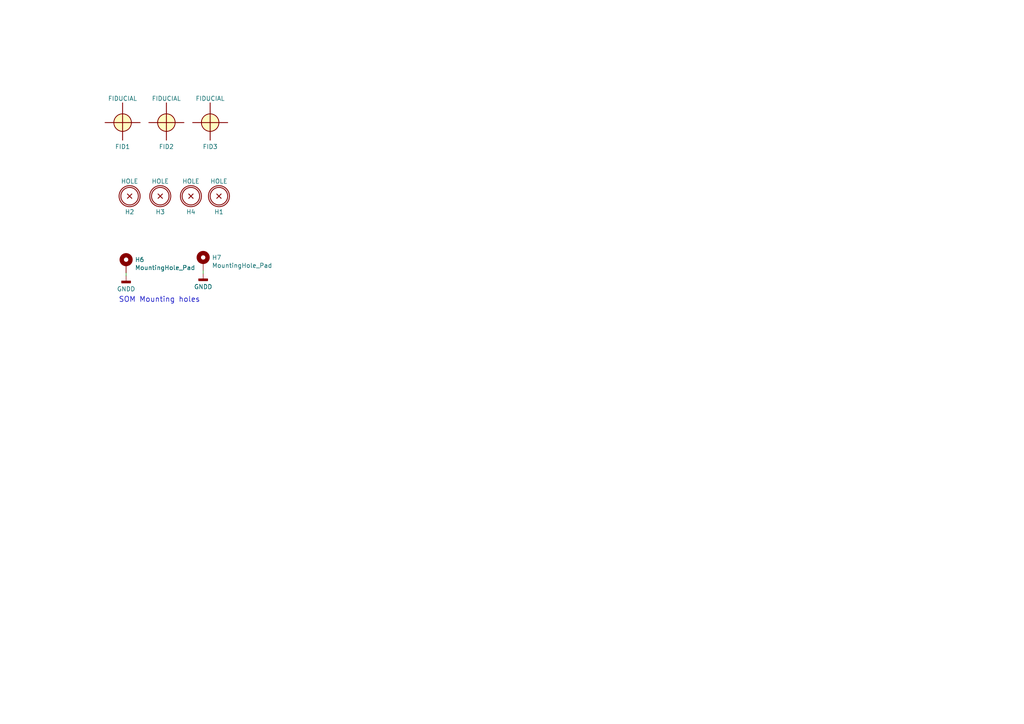
<source format=kicad_sch>
(kicad_sch (version 20211123) (generator eeschema)
  (paper "A4")
  (title_block (title "MOD Dwarf - Main Board") (date "2021-09-06") (rev "1.3") (company "MOD Devices GmbH") (comment 1 "Dwarf Audio processing board") (comment 2 "https://github.com/moddevices/hw-mod-dwarf") (comment 3 "Inp Power: 12V 500mA") (comment 4 "USB outp Power: 500mA"))
  (lib_symbols
    (symbol "bottom-board-rescue:FIDUCIAL-local-components" (pin_numbers hide) (pin_names (offset 1.016))
      (property "Reference" "FID" (at 0 -6.985 0))
      (property "Value" "FIDUCIAL-local-components" (at 0 6.985 0))
      (symbol "FIDUCIAL-local-components_0_1"
        (polyline (pts (xy -5.08 0) (xy 5.08 0)) (stroke (width 0.254)))
        (polyline (pts (xy 0 5.715) (xy 0 -5.08)) (stroke (width 0.254)))
        (circle (center 0 0) (radius 2.54) (stroke (width 0.254)) (fill (type background)))
      )
    )
    (symbol "bottom-board-rescue:GNDD-power" (power) (pin_names (offset 0))
      (property "Value" "GNDD-power" (at 0 -3.175 0))
      (symbol "GNDD-power_0_1"
        (rectangle (start -1.27 -1.524) (end 1.27 -2.032) (stroke (width 0.254)) (fill (type outline)))
        (polyline (pts (xy 0 0) (xy 0 -1.524)))
      )
      (symbol "GNDD-power_1_1"
        (pin power_in line (at 0 0 270) (length 0) hide (name "GNDD") (number "1"))
      )
    )
    (symbol "bottom-board-rescue:HOLE-local-components" (pin_numbers hide) (pin_names (offset 1.016))
      (property "Reference" "H" (at 0 -4.572 0))
      (property "Value" "HOLE-local-components" (at 0 4.318 0))
      (symbol "HOLE-local-components_0_1"
        (polyline (pts (xy -0.635 -0.635) (xy 0.635 0.635)) (stroke (width 0.254)))
        (polyline (pts (xy -0.635 0.635) (xy 0.635 -0.635)) (stroke (width 0.254)))
        (circle (center 0 0) (radius 2.54) (stroke (width 0.254)))
        (circle (center 0 0) (radius 3.048) (stroke (width 0.254)))
      )
    )
    (symbol "bottom-board-rescue:MountingHole_Pad-Mechanical" (pin_numbers hide) (pin_names (offset 1.016) hide)
      (property "Reference" "H" (at 0 6.35 0))
      (property "Value" "MountingHole_Pad-Mechanical" (at 0 4.445 0))
      (symbol "MountingHole_Pad-Mechanical_0_1"
        (circle (center 0 1.27) (radius 1.27) (stroke (width 1.27)))
      )
      (symbol "MountingHole_Pad-Mechanical_1_1"
        (pin input line (at 0 -2.54 90) (length 2.54) (name "1") (number "1"))
      )
    )
  )
  (wire (pts (xy 58.928 78.486) (xy 58.928 79.375)))
  (wire (pts (xy 36.576 80.01) (xy 36.576 79.121)))
  (text "SOM Mounting holes" (at 34.417 87.884 0) (effects (font (size 1.524 1.524)) (justify left bottom)))
  (symbol (lib_id "bottom-board-rescue:FIDUCIAL-local-components") (at 35.56 35.56 0) (unit 1)
    (property "Reference" "FID1" (at 35.56 42.545 0))
    (property "Value" "FIDUCIAL" (at 35.56 28.575 0))
    (property "Footprint" "Uno:fiducial_in-circuit" (effects hide))
  )
  (symbol (lib_id "bottom-board-rescue:FIDUCIAL-local-components") (at 48.26 35.56 0) (unit 1)
    (property "Reference" "FID2" (at 48.26 42.545 0))
    (property "Value" "FIDUCIAL" (at 48.26 28.575 0))
    (property "Footprint" "Uno:fiducial_in-circuit" (effects hide))
  )
  (symbol (lib_id "bottom-board-rescue:FIDUCIAL-local-components") (at 60.96 35.56 0) (unit 1)
    (property "Reference" "FID3" (at 60.96 42.545 0))
    (property "Value" "FIDUCIAL" (at 60.96 28.575 0))
    (property "Footprint" "Uno:fiducial_in-circuit" (effects hide))
  )
  (symbol (lib_id "bottom-board-rescue:HOLE-local-components") (at 37.592 56.896 0) (unit 1)
    (property "Reference" "H2" (at 37.592 61.468 0))
    (property "Value" "HOLE" (at 37.592 52.578 0))
    (property "Footprint" "Uno:Hole_3.5mm" (effects hide))
  )
  (symbol (lib_id "bottom-board-rescue:HOLE-local-components") (at 46.482 56.896 0) (unit 1)
    (property "Reference" "H3" (at 46.482 61.468 0))
    (property "Value" "HOLE" (at 46.482 52.578 0))
    (property "Footprint" "Uno:Hole_3.5mm" (effects hide))
  )
  (symbol (lib_id "bottom-board-rescue:HOLE-local-components") (at 55.372 56.896 0) (unit 1)
    (property "Reference" "H4" (at 55.372 61.468 0))
    (property "Value" "HOLE" (at 55.372 52.578 0))
    (property "Footprint" "Uno:Hole_3.5mm" (effects hide))
  )
  (symbol (lib_id "bottom-board-rescue:HOLE-local-components") (at 63.5 56.896 0) (unit 1)
    (property "Reference" "H1" (at 63.5 61.468 0))
    (property "Value" "HOLE" (at 63.5 52.578 0))
    (property "Footprint" "Uno:Hole_3.5mm" (effects hide))
  )
  (symbol (lib_id "bottom-board-rescue:MountingHole_Pad-Mechanical") (at 36.576 76.581 0) (unit 1)
    (property "Reference" "H6" (at 39.116 75.3364 0) (effects (justify left)))
    (property "Value" "MountingHole_Pad" (at 39.116 77.6478 0) (effects (justify left)))
    (property "Footprint" "MountingHole:MountingHole_3.2mm_M3_DIN965_Pad" (effects hide))
    (property "MPN" "9774030243R" (effects hide))
  )
  (symbol (lib_id "bottom-board-rescue:MountingHole_Pad-Mechanical") (at 58.928 75.946 0) (unit 1)
    (property "Reference" "H7" (at 61.468 74.7014 0) (effects (justify left)))
    (property "Value" "MountingHole_Pad" (at 61.468 77.0128 0) (effects (justify left)))
    (property "Footprint" "MountingHole:MountingHole_3.2mm_M3_DIN965_Pad" (effects hide))
    (property "MPN" "9774030243R" (effects hide))
  )
  (symbol (lib_id "bottom-board-rescue:GNDD-power") (at 36.576 80.01 0) (unit 1)
    (property "Reference" "#PWR0287" (effects hide))
    (property "Value" "GNDD" (at 36.576 83.82 0))
  )
  (symbol (lib_id "bottom-board-rescue:GNDD-power") (at 58.928 79.375 0) (unit 1)
    (property "Reference" "#PWR0288" (effects hide))
    (property "Value" "GNDD" (at 58.928 83.185 0))
  )
)
</source>
